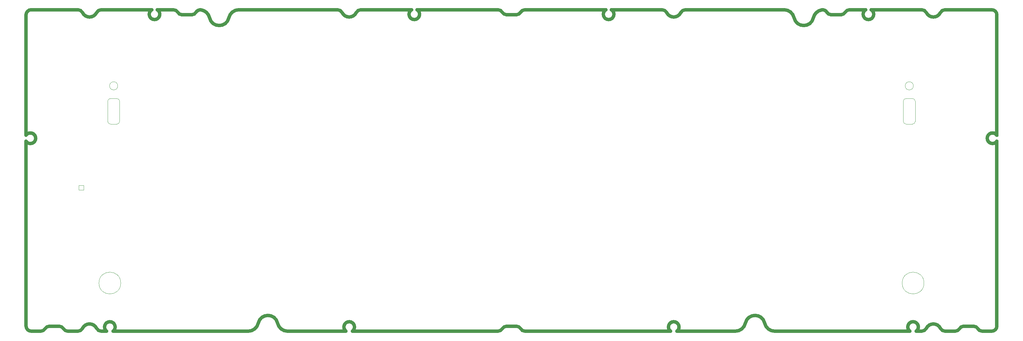
<source format=gbr>
%TF.GenerationSoftware,KiCad,Pcbnew,8.0.1*%
%TF.CreationDate,2025-05-08T03:48:04+09:00*%
%TF.ProjectId,neo60core_rp2040,6e656f36-3063-46f7-9265-5f7270323034,rev?*%
%TF.SameCoordinates,Original*%
%TF.FileFunction,Profile,NP*%
%FSLAX46Y46*%
G04 Gerber Fmt 4.6, Leading zero omitted, Abs format (unit mm)*
G04 Created by KiCad (PCBNEW 8.0.1) date 2025-05-08 03:48:04*
%MOMM*%
%LPD*%
G01*
G04 APERTURE LIST*
%TA.AperFunction,Profile*%
%ADD10C,1.000000*%
%TD*%
%TA.AperFunction,Profile*%
%ADD11C,0.050000*%
%TD*%
G04 APERTURE END LIST*
D10*
X277726966Y-24312501D02*
X272990993Y-24312501D01*
X314706250Y-24312500D02*
X300992167Y-24312501D01*
X279335527Y-24312502D02*
G75*
G02*
X277726967Y-24312502I-804280J-1325001D01*
G01*
D11*
X58100000Y-50337500D02*
G75*
G02*
X58900000Y-51137500I0J-800000D01*
G01*
D10*
X177790994Y-118562501D02*
G75*
G02*
X176476591Y-117785225I6J1500001D01*
G01*
D11*
X292262500Y-57037500D02*
G75*
G02*
X291462500Y-57837500I-800000J0D01*
G01*
D10*
X299645753Y-25151316D02*
G75*
G02*
X295516745Y-25151315I-2064504J1013817D01*
G01*
X271676588Y-25089774D02*
G75*
G02*
X272990993Y-24312496I1314412J-722726D01*
G01*
X300992167Y-118562501D02*
G75*
G02*
X299645777Y-117723672I33J1500001D01*
G01*
X264846690Y-24349580D02*
G75*
G02*
X266390577Y-25098208I235110J-1481420D01*
G01*
X242437296Y-116210787D02*
G75*
G02*
X248100254Y-116210787I2831479J-626678D01*
G01*
D11*
X58900000Y-51137500D02*
X58900000Y-57037500D01*
D10*
X311890994Y-118562501D02*
G75*
G02*
X310576591Y-117785225I6J1500001D01*
G01*
D11*
X58350000Y-46625000D02*
G75*
G02*
X55950000Y-46625000I-1200000J0D01*
G01*
X55950000Y-46625000D02*
G75*
G02*
X58350000Y-46625000I1200000J0D01*
G01*
D10*
X171185915Y-117785227D02*
G75*
G02*
X172281261Y-117137460I1095385J-602273D01*
G01*
X56980917Y-118562502D02*
X96633130Y-118562501D01*
X169871511Y-24312500D02*
X146135531Y-24312501D01*
X169871511Y-24312500D02*
G75*
G02*
X171185909Y-25089776I-11J-1500000D01*
G01*
X46670350Y-24312501D02*
X32956250Y-24312501D01*
X99562248Y-116210788D02*
G75*
G02*
X105225155Y-116210799I2831452J-626712D01*
G01*
X38181253Y-117137500D02*
X41281250Y-117137500D01*
X55081586Y-118562501D02*
G75*
G02*
X56980915Y-118562500I949664J1225001D01*
G01*
X262387784Y-26664190D02*
G75*
G02*
X264846689Y-24349575I2929116J-648310D01*
G01*
X171185915Y-117785227D02*
G75*
G02*
X169875743Y-118562501I-1314415J722727D01*
G01*
X108154351Y-118562501D02*
G75*
G02*
X105225184Y-116210792I-51J3000001D01*
G01*
X81271911Y-25098201D02*
G75*
G02*
X80181251Y-25737542I-1090711J610701D01*
G01*
D11*
X291712500Y-46625000D02*
G75*
G02*
X289312500Y-46625000I-1200000J0D01*
G01*
X289312500Y-46625000D02*
G75*
G02*
X291712500Y-46625000I1200000J0D01*
G01*
D10*
X223495752Y-25151317D02*
G75*
G02*
X219366667Y-25151354I-2064552J1013817D01*
G01*
D11*
X294831250Y-104450000D02*
G75*
G02*
X288431250Y-104450000I-3200000J0D01*
G01*
X288431250Y-104450000D02*
G75*
G02*
X294831250Y-104450000I3200000J0D01*
G01*
D10*
X144526971Y-24312500D02*
X129642172Y-24312501D01*
X305285915Y-117785228D02*
G75*
G02*
X306381252Y-117137460I1095385J-602272D01*
G01*
X52145757Y-25151317D02*
G75*
G02*
X48016744Y-25151319I-2064507J1013817D01*
G01*
X74671550Y-24312501D02*
G75*
G02*
X75985908Y-25089777I-50J-1499999D01*
G01*
X271676586Y-25089774D02*
G75*
G02*
X270581248Y-25737542I-1095386J602274D01*
G01*
D11*
X55400000Y-51137500D02*
G75*
G02*
X56200000Y-50337500I800000J0D01*
G01*
D10*
X300992167Y-118562501D02*
X303971507Y-118562502D01*
X316206251Y-61106100D02*
X316206251Y-25812503D01*
X146135531Y-24312502D02*
G75*
G02*
X144526998Y-24312545I-804231J-1324998D01*
G01*
D11*
X291462500Y-57837500D02*
X289562500Y-57837500D01*
D10*
X292580917Y-118562500D02*
X294170326Y-118562501D01*
X108154351Y-118562501D02*
X125281583Y-118562501D01*
X201526969Y-24312500D02*
X177790994Y-24312500D01*
X290681580Y-118562499D02*
G75*
G02*
X292580917Y-118562500I949669J1224999D01*
G01*
D11*
X289562500Y-57837500D02*
G75*
G02*
X288762500Y-57037500I0J800000D01*
G01*
D10*
X37085916Y-117785228D02*
G75*
G02*
X38181253Y-117137461I1095384J-602272D01*
G01*
X68326973Y-24312501D02*
X53477968Y-24312501D01*
X177790994Y-118562501D02*
X220481580Y-118562501D01*
X316206250Y-117062500D02*
G75*
G02*
X314706250Y-118562550I-1500050J0D01*
G01*
X128295756Y-25151316D02*
G75*
G02*
X124166826Y-25151279I-2064456J1013816D01*
G01*
X43690949Y-118562501D02*
X46670333Y-118562501D01*
X99562246Y-116210788D02*
G75*
G02*
X96633130Y-118562529I-2929146J648288D01*
G01*
X295516743Y-117723685D02*
G75*
G02*
X299645675Y-117723722I2064457J-1013815D01*
G01*
X81271911Y-25098201D02*
G75*
G02*
X82815804Y-24349619I1308689J-732699D01*
G01*
X172281261Y-117137501D02*
X175381248Y-117137501D01*
X32956250Y-118562501D02*
G75*
G02*
X31456199Y-117062500I-50J1500001D01*
G01*
X48016748Y-117723684D02*
G75*
G02*
X46670333Y-118562529I-1346448J661184D01*
G01*
X125281583Y-118562501D02*
G75*
G02*
X127180920Y-118562501I949669J1225003D01*
G01*
X311890994Y-118562501D02*
X314706250Y-118562500D01*
X172281251Y-25737502D02*
G75*
G02*
X171185872Y-25089797I-51J1250002D01*
G01*
X82815810Y-24349579D02*
G75*
G02*
X85274716Y-26664190I-470110J-2962821D01*
G01*
X242437294Y-116210787D02*
G75*
G02*
X239508178Y-118562478I-2929094J648287D01*
G01*
X294170326Y-24312501D02*
G75*
G02*
X295516720Y-25151328I-26J-1499999D01*
G01*
X251029370Y-118562502D02*
G75*
G02*
X248100280Y-116210781I30J3000002D01*
G01*
X90937663Y-26664190D02*
G75*
G02*
X85274717Y-26664190I-2831473J626705D01*
G01*
X37085915Y-117785228D02*
G75*
G02*
X35771450Y-118562543I-1314515J722828D01*
G01*
X46670350Y-24312501D02*
G75*
G02*
X48016721Y-25151330I-50J-1499999D01*
G01*
X74671550Y-24312501D02*
X69935534Y-24312500D01*
X128295757Y-25151316D02*
G75*
G02*
X129642172Y-24312476I1346443J-661184D01*
G01*
X176476587Y-25089773D02*
G75*
G02*
X175381247Y-25737542I-1095387J602273D01*
G01*
X32956250Y-118562501D02*
X35771450Y-118562501D01*
X41281250Y-117137500D02*
G75*
G02*
X42376627Y-117785205I50J-1250000D01*
G01*
X48016749Y-117723684D02*
G75*
G02*
X52145752Y-117723687I2064501J-1013816D01*
G01*
D11*
X291462500Y-50337500D02*
G75*
G02*
X292262500Y-51137500I0J-800000D01*
G01*
D10*
X31456251Y-62868899D02*
X31456251Y-117062500D01*
X77081251Y-25737503D02*
G75*
G02*
X75985871Y-25089797I-51J1250003D01*
G01*
D11*
X56200000Y-57837500D02*
G75*
G02*
X55400000Y-57037500I0J800000D01*
G01*
D10*
X270581248Y-25737503D02*
X267481251Y-25737503D01*
X218020328Y-24312501D02*
X203135528Y-24312501D01*
D11*
X288762500Y-51137500D02*
G75*
G02*
X289562500Y-50337500I800000J0D01*
G01*
D10*
X176476587Y-25089773D02*
G75*
G02*
X177790994Y-24312495I1314413J-722727D01*
G01*
X220481580Y-118562501D02*
G75*
G02*
X222380917Y-118562501I949669J1225002D01*
G01*
X175381247Y-25737502D02*
X172281251Y-25737502D01*
X253795726Y-24312501D02*
G75*
G02*
X256724812Y-26664195I-26J-2999999D01*
G01*
X122820350Y-24312501D02*
X93866776Y-24312501D01*
X69935534Y-24312500D02*
G75*
G02*
X68326971Y-24312497I-804284J-1325000D01*
G01*
D11*
X288762500Y-57037500D02*
X288762500Y-51137500D01*
D10*
X305285913Y-117785228D02*
G75*
G02*
X303971507Y-118562506I-1314413J722728D01*
G01*
X218020328Y-24312501D02*
G75*
G02*
X219366721Y-25151328I-28J-1499999D01*
G01*
D11*
X55400000Y-57037500D02*
X55400000Y-51137500D01*
X289562500Y-50337500D02*
X291462500Y-50337500D01*
D10*
X31456251Y-25812500D02*
X31456251Y-61106103D01*
X31456251Y-25812500D02*
G75*
G02*
X32956250Y-24312451I1500049J0D01*
G01*
X223495752Y-25151317D02*
G75*
G02*
X224842170Y-24312472I1346448J-661183D01*
G01*
X309481247Y-117137500D02*
G75*
G02*
X310576550Y-117785247I-47J-1250000D01*
G01*
X294170326Y-24312501D02*
X279335527Y-24312501D01*
X52145758Y-25151317D02*
G75*
G02*
X53477968Y-24312534I1346642J-661483D01*
G01*
X267481251Y-25737503D02*
G75*
G02*
X266390623Y-25098182I49J1250003D01*
G01*
X316206250Y-117062500D02*
X316206251Y-62868899D01*
D11*
X292262500Y-51137500D02*
X292262500Y-57037500D01*
X56200000Y-50337500D02*
X58100000Y-50337500D01*
D10*
X203135528Y-24312501D02*
G75*
G02*
X201526943Y-24312458I-804328J-1324999D01*
G01*
X253795726Y-24312501D02*
X224842170Y-24312500D01*
X53492150Y-118562501D02*
G75*
G02*
X52145778Y-117723675I50J1500001D01*
G01*
D11*
X58100000Y-57837500D02*
X56200000Y-57837500D01*
D10*
X53492150Y-118562501D02*
X55081586Y-118562501D01*
X31456251Y-61106103D02*
G75*
G02*
X31456252Y-62868898I1274999J-881397D01*
G01*
X295516742Y-117723685D02*
G75*
G02*
X294170326Y-118562524I-1346442J661185D01*
G01*
X262387784Y-26664190D02*
G75*
G02*
X256724836Y-26664190I-2831474J626702D01*
G01*
X90937665Y-26664190D02*
G75*
G02*
X93866776Y-24312477I2929135J-648310D01*
G01*
X122820350Y-24312501D02*
G75*
G02*
X124166722Y-25151330I-50J-1499999D01*
G01*
X175381248Y-117137501D02*
G75*
G02*
X176476549Y-117785248I-48J-1249999D01*
G01*
X43690949Y-118562501D02*
G75*
G02*
X42376636Y-117785200I51J1499901D01*
G01*
D11*
X58900000Y-57037500D02*
G75*
G02*
X58100000Y-57837500I-800000J0D01*
G01*
D10*
X80181251Y-25737503D02*
X77081251Y-25737503D01*
X314706250Y-24312500D02*
G75*
G02*
X316206300Y-25812503I50J-1500000D01*
G01*
X222380917Y-118562501D02*
X239508178Y-118562502D01*
X299645754Y-25151316D02*
G75*
G02*
X300992167Y-24312473I1346446J-661184D01*
G01*
X306381252Y-117137500D02*
X309481247Y-117137500D01*
X251029370Y-118562502D02*
X290681580Y-118562500D01*
X127180920Y-118562501D02*
X169875743Y-118562502D01*
X316206251Y-62868899D02*
G75*
G02*
X316206250Y-61106101I-1275051J881399D01*
G01*
D11*
X59231253Y-104450000D02*
G75*
G02*
X52831253Y-104450000I-3200000J0D01*
G01*
X52831253Y-104450000D02*
G75*
G02*
X59231253Y-104450000I3200000J0D01*
G01*
%TO.C,D65*%
X48325000Y-77175000D02*
X46925000Y-77175000D01*
X46925000Y-75775000D01*
X48325000Y-75775000D01*
X48325000Y-77175000D01*
%TD*%
M02*

</source>
